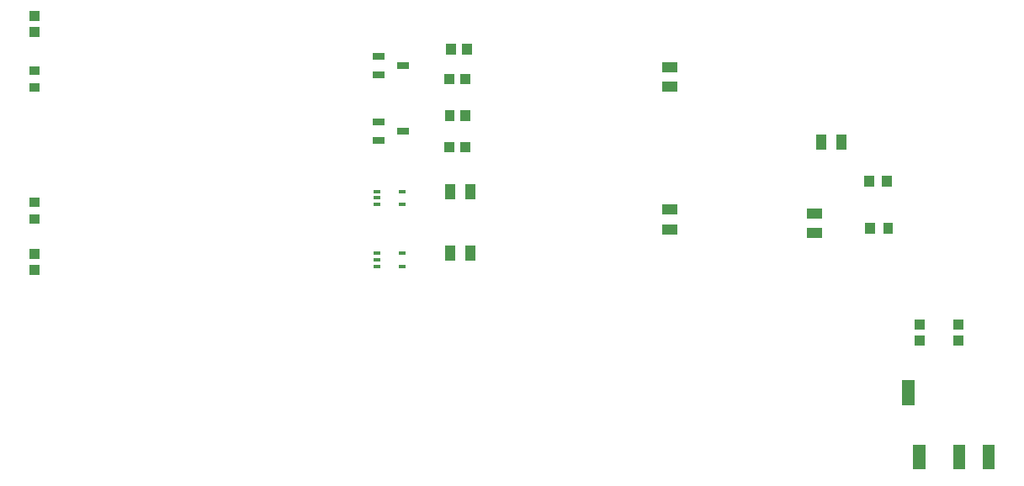
<source format=gtp>
G04 Layer: TopPasteMaskLayer*
G04 EasyEDA v6.4.7, 2020-10-15T23:24:37+03:00*
G04 37922d4682a6484ebcb2293b3ba01163,bea71ea263694c76901d4690734711c5,10*
G04 Gerber Generator version 0.2*
G04 Scale: 100 percent, Rotated: No, Reflected: No *
G04 Dimensions in millimeters *
G04 leading zeros omitted , absolute positions ,3 integer and 3 decimal *
%FSLAX33Y33*%
%MOMM*%
G90*
D02*

%ADD13R,1.099998X0.999998*%
%ADD14R,0.999998X0.899922*%
%ADD15R,0.999998X1.550010*%
%ADD16R,1.550010X0.999998*%
%ADD17R,0.999998X1.099998*%
%ADD19R,1.250010X0.699999*%
%ADD20R,0.799998X0.399999*%

%LPD*%
G54D13*
G01X3302Y47205D03*
G01X3302Y48805D03*
G36*
G01X2802Y30509D02*
G01X3802Y30509D01*
G01X3802Y29609D01*
G01X2802Y29609D01*
G01X2802Y30509D01*
G37*
G36*
G01X2802Y28809D02*
G01X3802Y28809D01*
G01X3802Y27909D01*
G01X2802Y27909D01*
G01X2802Y28809D01*
G37*
G54D15*
G01X84438Y36068D03*
G01X82438Y36068D03*
G54D16*
G01X81787Y28939D03*
G01X81787Y26940D03*
G54D14*
G01X3302Y41567D03*
G01X3302Y43267D03*
G54D15*
G01X47100Y24892D03*
G01X45100Y24892D03*
G01X47100Y31115D03*
G01X45100Y31115D03*
G54D16*
G01X67182Y41672D03*
G01X67182Y43671D03*
G01X67182Y27321D03*
G01X67182Y29320D03*
G54D13*
G01X3302Y24803D03*
G01X3302Y23203D03*
G36*
G01X86738Y32681D02*
G01X87738Y32681D01*
G01X87738Y31580D01*
G01X86738Y31580D01*
G01X86738Y32681D01*
G37*
G36*
G01X88539Y32681D02*
G01X89539Y32681D01*
G01X89539Y31580D01*
G01X88539Y31580D01*
G01X88539Y32681D01*
G37*
G36*
G01X86865Y27982D02*
G01X87865Y27982D01*
G01X87865Y26881D01*
G01X86865Y26881D01*
G01X86865Y27982D01*
G37*
G36*
G01X88666Y27982D02*
G01X89666Y27982D01*
G01X89666Y26881D01*
G01X88666Y26881D01*
G01X88666Y27982D01*
G37*
G36*
G01X90589Y12144D02*
G01X91789Y12144D01*
G01X91789Y9643D01*
G01X90589Y9643D01*
G01X90589Y12144D01*
G37*
G36*
G01X91688Y5644D02*
G01X92888Y5644D01*
G01X92888Y3143D01*
G01X91688Y3143D01*
G01X91688Y5644D01*
G37*
G36*
G01X95688Y5644D02*
G01X96888Y5644D01*
G01X96888Y3143D01*
G01X95688Y3143D01*
G01X95688Y5644D01*
G37*
G36*
G01X98688Y5644D02*
G01X99888Y5644D01*
G01X99888Y3143D01*
G01X98688Y3143D01*
G01X98688Y5644D01*
G37*
G54D19*
G01X40365Y37211D03*
G01X37866Y36261D03*
G01X37866Y38160D03*
G01X40365Y43815D03*
G01X37866Y42865D03*
G01X37866Y44764D03*
G36*
G01X46147Y39285D02*
G01X47147Y39285D01*
G01X47147Y38184D01*
G01X46147Y38184D01*
G01X46147Y39285D01*
G37*
G36*
G01X44547Y39285D02*
G01X45547Y39285D01*
G01X45547Y38184D01*
G01X44547Y38184D01*
G01X44547Y39285D01*
G37*
G54D17*
G01X45046Y35560D03*
G01X46646Y35560D03*
G36*
G01X46274Y46016D02*
G01X47274Y46016D01*
G01X47274Y44915D01*
G01X46274Y44915D01*
G01X46274Y46016D01*
G37*
G36*
G01X44674Y46016D02*
G01X45674Y46016D01*
G01X45674Y44915D01*
G01X44674Y44915D01*
G01X44674Y46016D01*
G37*
G01X45046Y42418D03*
G01X46646Y42418D03*
G54D13*
G01X96266Y16090D03*
G01X96266Y17690D03*
G01X92329Y16090D03*
G01X92329Y17690D03*
G54D20*
G01X37739Y24906D03*
G01X37739Y24257D03*
G01X37739Y23607D03*
G01X40238Y23607D03*
G01X40238Y24906D03*
G01X37739Y31129D03*
G01X37739Y30480D03*
G01X37739Y29830D03*
G01X40238Y29830D03*
G01X40238Y31129D03*
M00*
M02*

</source>
